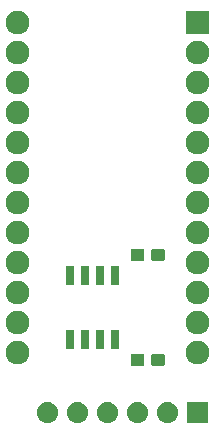
<source format=gbs>
G04 #@! TF.GenerationSoftware,KiCad,Pcbnew,(5.1.4)-1*
G04 #@! TF.CreationDate,2019-12-18T21:33:11+01:00*
G04 #@! TF.ProjectId,ser,7365722e-6b69-4636-9164-5f7063625858,rev?*
G04 #@! TF.SameCoordinates,Original*
G04 #@! TF.FileFunction,Soldermask,Bot*
G04 #@! TF.FilePolarity,Negative*
%FSLAX46Y46*%
G04 Gerber Fmt 4.6, Leading zero omitted, Abs format (unit mm)*
G04 Created by KiCad (PCBNEW (5.1.4)-1) date 2019-12-18 21:33:11*
%MOMM*%
%LPD*%
G04 APERTURE LIST*
%ADD10C,0.100000*%
G04 APERTURE END LIST*
D10*
G36*
X133993842Y-118485518D02*
G01*
X134060027Y-118492037D01*
X134229866Y-118543557D01*
X134386391Y-118627222D01*
X134422129Y-118656552D01*
X134523586Y-118739814D01*
X134606848Y-118841271D01*
X134636178Y-118877009D01*
X134719843Y-119033534D01*
X134771363Y-119203373D01*
X134788759Y-119380000D01*
X134771363Y-119556627D01*
X134719843Y-119726466D01*
X134636178Y-119882991D01*
X134606848Y-119918729D01*
X134523586Y-120020186D01*
X134422129Y-120103448D01*
X134386391Y-120132778D01*
X134229866Y-120216443D01*
X134060027Y-120267963D01*
X133993842Y-120274482D01*
X133927660Y-120281000D01*
X133839140Y-120281000D01*
X133772958Y-120274482D01*
X133706773Y-120267963D01*
X133536934Y-120216443D01*
X133380409Y-120132778D01*
X133344671Y-120103448D01*
X133243214Y-120020186D01*
X133159952Y-119918729D01*
X133130622Y-119882991D01*
X133046957Y-119726466D01*
X132995437Y-119556627D01*
X132978041Y-119380000D01*
X132995437Y-119203373D01*
X133046957Y-119033534D01*
X133130622Y-118877009D01*
X133159952Y-118841271D01*
X133243214Y-118739814D01*
X133344671Y-118656552D01*
X133380409Y-118627222D01*
X133536934Y-118543557D01*
X133706773Y-118492037D01*
X133772958Y-118485518D01*
X133839140Y-118479000D01*
X133927660Y-118479000D01*
X133993842Y-118485518D01*
X133993842Y-118485518D01*
G37*
G36*
X136533842Y-118485518D02*
G01*
X136600027Y-118492037D01*
X136769866Y-118543557D01*
X136926391Y-118627222D01*
X136962129Y-118656552D01*
X137063586Y-118739814D01*
X137146848Y-118841271D01*
X137176178Y-118877009D01*
X137259843Y-119033534D01*
X137311363Y-119203373D01*
X137328759Y-119380000D01*
X137311363Y-119556627D01*
X137259843Y-119726466D01*
X137176178Y-119882991D01*
X137146848Y-119918729D01*
X137063586Y-120020186D01*
X136962129Y-120103448D01*
X136926391Y-120132778D01*
X136769866Y-120216443D01*
X136600027Y-120267963D01*
X136533842Y-120274482D01*
X136467660Y-120281000D01*
X136379140Y-120281000D01*
X136312958Y-120274482D01*
X136246773Y-120267963D01*
X136076934Y-120216443D01*
X135920409Y-120132778D01*
X135884671Y-120103448D01*
X135783214Y-120020186D01*
X135699952Y-119918729D01*
X135670622Y-119882991D01*
X135586957Y-119726466D01*
X135535437Y-119556627D01*
X135518041Y-119380000D01*
X135535437Y-119203373D01*
X135586957Y-119033534D01*
X135670622Y-118877009D01*
X135699952Y-118841271D01*
X135783214Y-118739814D01*
X135884671Y-118656552D01*
X135920409Y-118627222D01*
X136076934Y-118543557D01*
X136246773Y-118492037D01*
X136312958Y-118485518D01*
X136379140Y-118479000D01*
X136467660Y-118479000D01*
X136533842Y-118485518D01*
X136533842Y-118485518D01*
G37*
G36*
X139073842Y-118485518D02*
G01*
X139140027Y-118492037D01*
X139309866Y-118543557D01*
X139466391Y-118627222D01*
X139502129Y-118656552D01*
X139603586Y-118739814D01*
X139686848Y-118841271D01*
X139716178Y-118877009D01*
X139799843Y-119033534D01*
X139851363Y-119203373D01*
X139868759Y-119380000D01*
X139851363Y-119556627D01*
X139799843Y-119726466D01*
X139716178Y-119882991D01*
X139686848Y-119918729D01*
X139603586Y-120020186D01*
X139502129Y-120103448D01*
X139466391Y-120132778D01*
X139309866Y-120216443D01*
X139140027Y-120267963D01*
X139073842Y-120274482D01*
X139007660Y-120281000D01*
X138919140Y-120281000D01*
X138852958Y-120274482D01*
X138786773Y-120267963D01*
X138616934Y-120216443D01*
X138460409Y-120132778D01*
X138424671Y-120103448D01*
X138323214Y-120020186D01*
X138239952Y-119918729D01*
X138210622Y-119882991D01*
X138126957Y-119726466D01*
X138075437Y-119556627D01*
X138058041Y-119380000D01*
X138075437Y-119203373D01*
X138126957Y-119033534D01*
X138210622Y-118877009D01*
X138239952Y-118841271D01*
X138323214Y-118739814D01*
X138424671Y-118656552D01*
X138460409Y-118627222D01*
X138616934Y-118543557D01*
X138786773Y-118492037D01*
X138852958Y-118485518D01*
X138919140Y-118479000D01*
X139007660Y-118479000D01*
X139073842Y-118485518D01*
X139073842Y-118485518D01*
G37*
G36*
X141613842Y-118485518D02*
G01*
X141680027Y-118492037D01*
X141849866Y-118543557D01*
X142006391Y-118627222D01*
X142042129Y-118656552D01*
X142143586Y-118739814D01*
X142226848Y-118841271D01*
X142256178Y-118877009D01*
X142339843Y-119033534D01*
X142391363Y-119203373D01*
X142408759Y-119380000D01*
X142391363Y-119556627D01*
X142339843Y-119726466D01*
X142256178Y-119882991D01*
X142226848Y-119918729D01*
X142143586Y-120020186D01*
X142042129Y-120103448D01*
X142006391Y-120132778D01*
X141849866Y-120216443D01*
X141680027Y-120267963D01*
X141613842Y-120274482D01*
X141547660Y-120281000D01*
X141459140Y-120281000D01*
X141392958Y-120274482D01*
X141326773Y-120267963D01*
X141156934Y-120216443D01*
X141000409Y-120132778D01*
X140964671Y-120103448D01*
X140863214Y-120020186D01*
X140779952Y-119918729D01*
X140750622Y-119882991D01*
X140666957Y-119726466D01*
X140615437Y-119556627D01*
X140598041Y-119380000D01*
X140615437Y-119203373D01*
X140666957Y-119033534D01*
X140750622Y-118877009D01*
X140779952Y-118841271D01*
X140863214Y-118739814D01*
X140964671Y-118656552D01*
X141000409Y-118627222D01*
X141156934Y-118543557D01*
X141326773Y-118492037D01*
X141392958Y-118485518D01*
X141459140Y-118479000D01*
X141547660Y-118479000D01*
X141613842Y-118485518D01*
X141613842Y-118485518D01*
G37*
G36*
X147484400Y-120281000D02*
G01*
X145682400Y-120281000D01*
X145682400Y-118479000D01*
X147484400Y-118479000D01*
X147484400Y-120281000D01*
X147484400Y-120281000D01*
G37*
G36*
X144153842Y-118485518D02*
G01*
X144220027Y-118492037D01*
X144389866Y-118543557D01*
X144546391Y-118627222D01*
X144582129Y-118656552D01*
X144683586Y-118739814D01*
X144766848Y-118841271D01*
X144796178Y-118877009D01*
X144879843Y-119033534D01*
X144931363Y-119203373D01*
X144948759Y-119380000D01*
X144931363Y-119556627D01*
X144879843Y-119726466D01*
X144796178Y-119882991D01*
X144766848Y-119918729D01*
X144683586Y-120020186D01*
X144582129Y-120103448D01*
X144546391Y-120132778D01*
X144389866Y-120216443D01*
X144220027Y-120267963D01*
X144153842Y-120274482D01*
X144087660Y-120281000D01*
X143999140Y-120281000D01*
X143932958Y-120274482D01*
X143866773Y-120267963D01*
X143696934Y-120216443D01*
X143540409Y-120132778D01*
X143504671Y-120103448D01*
X143403214Y-120020186D01*
X143319952Y-119918729D01*
X143290622Y-119882991D01*
X143206957Y-119726466D01*
X143155437Y-119556627D01*
X143138041Y-119380000D01*
X143155437Y-119203373D01*
X143206957Y-119033534D01*
X143290622Y-118877009D01*
X143319952Y-118841271D01*
X143403214Y-118739814D01*
X143504671Y-118656552D01*
X143540409Y-118627222D01*
X143696934Y-118543557D01*
X143866773Y-118492037D01*
X143932958Y-118485518D01*
X143999140Y-118479000D01*
X144087660Y-118479000D01*
X144153842Y-118485518D01*
X144153842Y-118485518D01*
G37*
G36*
X141917899Y-114413445D02*
G01*
X141955395Y-114424820D01*
X141989954Y-114443292D01*
X142020247Y-114468153D01*
X142045108Y-114498446D01*
X142063580Y-114533005D01*
X142074955Y-114570501D01*
X142079400Y-114615638D01*
X142079400Y-115254362D01*
X142074955Y-115299499D01*
X142063580Y-115336995D01*
X142045108Y-115371554D01*
X142020247Y-115401847D01*
X141989954Y-115426708D01*
X141955395Y-115445180D01*
X141917899Y-115456555D01*
X141872762Y-115461000D01*
X141134038Y-115461000D01*
X141088901Y-115456555D01*
X141051405Y-115445180D01*
X141016846Y-115426708D01*
X140986553Y-115401847D01*
X140961692Y-115371554D01*
X140943220Y-115336995D01*
X140931845Y-115299499D01*
X140927400Y-115254362D01*
X140927400Y-114615638D01*
X140931845Y-114570501D01*
X140943220Y-114533005D01*
X140961692Y-114498446D01*
X140986553Y-114468153D01*
X141016846Y-114443292D01*
X141051405Y-114424820D01*
X141088901Y-114413445D01*
X141134038Y-114409000D01*
X141872762Y-114409000D01*
X141917899Y-114413445D01*
X141917899Y-114413445D01*
G37*
G36*
X143667899Y-114413445D02*
G01*
X143705395Y-114424820D01*
X143739954Y-114443292D01*
X143770247Y-114468153D01*
X143795108Y-114498446D01*
X143813580Y-114533005D01*
X143824955Y-114570501D01*
X143829400Y-114615638D01*
X143829400Y-115254362D01*
X143824955Y-115299499D01*
X143813580Y-115336995D01*
X143795108Y-115371554D01*
X143770247Y-115401847D01*
X143739954Y-115426708D01*
X143705395Y-115445180D01*
X143667899Y-115456555D01*
X143622762Y-115461000D01*
X142884038Y-115461000D01*
X142838901Y-115456555D01*
X142801405Y-115445180D01*
X142766846Y-115426708D01*
X142736553Y-115401847D01*
X142711692Y-115371554D01*
X142693220Y-115336995D01*
X142681845Y-115299499D01*
X142677400Y-115254362D01*
X142677400Y-114615638D01*
X142681845Y-114570501D01*
X142693220Y-114533005D01*
X142711692Y-114498446D01*
X142736553Y-114468153D01*
X142766846Y-114443292D01*
X142801405Y-114424820D01*
X142838901Y-114413445D01*
X142884038Y-114409000D01*
X143622762Y-114409000D01*
X143667899Y-114413445D01*
X143667899Y-114413445D01*
G37*
G36*
X146872403Y-113347275D02*
G01*
X146872405Y-113347276D01*
X146872406Y-113347276D01*
X147052720Y-113421964D01*
X147214998Y-113530395D01*
X147353005Y-113668402D01*
X147461436Y-113830680D01*
X147536124Y-114010994D01*
X147536125Y-114010997D01*
X147574200Y-114202413D01*
X147574200Y-114397587D01*
X147539636Y-114571354D01*
X147536124Y-114589006D01*
X147461436Y-114769320D01*
X147353005Y-114931598D01*
X147214998Y-115069605D01*
X147052720Y-115178036D01*
X146872406Y-115252724D01*
X146872405Y-115252724D01*
X146872403Y-115252725D01*
X146680987Y-115290800D01*
X146485813Y-115290800D01*
X146294397Y-115252725D01*
X146294395Y-115252724D01*
X146294394Y-115252724D01*
X146114080Y-115178036D01*
X145951802Y-115069605D01*
X145813795Y-114931598D01*
X145705364Y-114769320D01*
X145630676Y-114589006D01*
X145627165Y-114571354D01*
X145592600Y-114397587D01*
X145592600Y-114202413D01*
X145630675Y-114010997D01*
X145630676Y-114010994D01*
X145705364Y-113830680D01*
X145813795Y-113668402D01*
X145951802Y-113530395D01*
X146114080Y-113421964D01*
X146294394Y-113347276D01*
X146294395Y-113347276D01*
X146294397Y-113347275D01*
X146485813Y-113309200D01*
X146680987Y-113309200D01*
X146872403Y-113347275D01*
X146872403Y-113347275D01*
G37*
G36*
X131632403Y-113347275D02*
G01*
X131632405Y-113347276D01*
X131632406Y-113347276D01*
X131812720Y-113421964D01*
X131974998Y-113530395D01*
X132113005Y-113668402D01*
X132221436Y-113830680D01*
X132296124Y-114010994D01*
X132296125Y-114010997D01*
X132334200Y-114202413D01*
X132334200Y-114397587D01*
X132299636Y-114571354D01*
X132296124Y-114589006D01*
X132221436Y-114769320D01*
X132113005Y-114931598D01*
X131974998Y-115069605D01*
X131812720Y-115178036D01*
X131632406Y-115252724D01*
X131632405Y-115252724D01*
X131632403Y-115252725D01*
X131440987Y-115290800D01*
X131245813Y-115290800D01*
X131054397Y-115252725D01*
X131054395Y-115252724D01*
X131054394Y-115252724D01*
X130874080Y-115178036D01*
X130711802Y-115069605D01*
X130573795Y-114931598D01*
X130465364Y-114769320D01*
X130390676Y-114589006D01*
X130387165Y-114571354D01*
X130352600Y-114397587D01*
X130352600Y-114202413D01*
X130390675Y-114010997D01*
X130390676Y-114010994D01*
X130465364Y-113830680D01*
X130573795Y-113668402D01*
X130711802Y-113530395D01*
X130874080Y-113421964D01*
X131054394Y-113347276D01*
X131054395Y-113347276D01*
X131054397Y-113347275D01*
X131245813Y-113309200D01*
X131440987Y-113309200D01*
X131632403Y-113347275D01*
X131632403Y-113347275D01*
G37*
G36*
X139949400Y-114016000D02*
G01*
X139247400Y-114016000D01*
X139247400Y-112364000D01*
X139949400Y-112364000D01*
X139949400Y-114016000D01*
X139949400Y-114016000D01*
G37*
G36*
X136139400Y-114016000D02*
G01*
X135437400Y-114016000D01*
X135437400Y-112364000D01*
X136139400Y-112364000D01*
X136139400Y-114016000D01*
X136139400Y-114016000D01*
G37*
G36*
X137409400Y-114016000D02*
G01*
X136707400Y-114016000D01*
X136707400Y-112364000D01*
X137409400Y-112364000D01*
X137409400Y-114016000D01*
X137409400Y-114016000D01*
G37*
G36*
X138679400Y-114016000D02*
G01*
X137977400Y-114016000D01*
X137977400Y-112364000D01*
X138679400Y-112364000D01*
X138679400Y-114016000D01*
X138679400Y-114016000D01*
G37*
G36*
X146872403Y-110807275D02*
G01*
X146872405Y-110807276D01*
X146872406Y-110807276D01*
X147052720Y-110881964D01*
X147214998Y-110990395D01*
X147353005Y-111128402D01*
X147461436Y-111290680D01*
X147536124Y-111470994D01*
X147574200Y-111662415D01*
X147574200Y-111857585D01*
X147536124Y-112049006D01*
X147461436Y-112229320D01*
X147353005Y-112391598D01*
X147214998Y-112529605D01*
X147052720Y-112638036D01*
X146872406Y-112712724D01*
X146872405Y-112712724D01*
X146872403Y-112712725D01*
X146680987Y-112750800D01*
X146485813Y-112750800D01*
X146294397Y-112712725D01*
X146294395Y-112712724D01*
X146294394Y-112712724D01*
X146114080Y-112638036D01*
X145951802Y-112529605D01*
X145813795Y-112391598D01*
X145705364Y-112229320D01*
X145630676Y-112049006D01*
X145592600Y-111857585D01*
X145592600Y-111662415D01*
X145630676Y-111470994D01*
X145705364Y-111290680D01*
X145813795Y-111128402D01*
X145951802Y-110990395D01*
X146114080Y-110881964D01*
X146294394Y-110807276D01*
X146294395Y-110807276D01*
X146294397Y-110807275D01*
X146485813Y-110769200D01*
X146680987Y-110769200D01*
X146872403Y-110807275D01*
X146872403Y-110807275D01*
G37*
G36*
X131632403Y-110807275D02*
G01*
X131632405Y-110807276D01*
X131632406Y-110807276D01*
X131812720Y-110881964D01*
X131974998Y-110990395D01*
X132113005Y-111128402D01*
X132221436Y-111290680D01*
X132296124Y-111470994D01*
X132334200Y-111662415D01*
X132334200Y-111857585D01*
X132296124Y-112049006D01*
X132221436Y-112229320D01*
X132113005Y-112391598D01*
X131974998Y-112529605D01*
X131812720Y-112638036D01*
X131632406Y-112712724D01*
X131632405Y-112712724D01*
X131632403Y-112712725D01*
X131440987Y-112750800D01*
X131245813Y-112750800D01*
X131054397Y-112712725D01*
X131054395Y-112712724D01*
X131054394Y-112712724D01*
X130874080Y-112638036D01*
X130711802Y-112529605D01*
X130573795Y-112391598D01*
X130465364Y-112229320D01*
X130390676Y-112049006D01*
X130352600Y-111857585D01*
X130352600Y-111662415D01*
X130390676Y-111470994D01*
X130465364Y-111290680D01*
X130573795Y-111128402D01*
X130711802Y-110990395D01*
X130874080Y-110881964D01*
X131054394Y-110807276D01*
X131054395Y-110807276D01*
X131054397Y-110807275D01*
X131245813Y-110769200D01*
X131440987Y-110769200D01*
X131632403Y-110807275D01*
X131632403Y-110807275D01*
G37*
G36*
X146872403Y-108267275D02*
G01*
X146872405Y-108267276D01*
X146872406Y-108267276D01*
X147052720Y-108341964D01*
X147214998Y-108450395D01*
X147353005Y-108588402D01*
X147461436Y-108750680D01*
X147536124Y-108930994D01*
X147574200Y-109122415D01*
X147574200Y-109317585D01*
X147536124Y-109509006D01*
X147461436Y-109689320D01*
X147353005Y-109851598D01*
X147214998Y-109989605D01*
X147052720Y-110098036D01*
X146872406Y-110172724D01*
X146872405Y-110172724D01*
X146872403Y-110172725D01*
X146680987Y-110210800D01*
X146485813Y-110210800D01*
X146294397Y-110172725D01*
X146294395Y-110172724D01*
X146294394Y-110172724D01*
X146114080Y-110098036D01*
X145951802Y-109989605D01*
X145813795Y-109851598D01*
X145705364Y-109689320D01*
X145630676Y-109509006D01*
X145592600Y-109317585D01*
X145592600Y-109122415D01*
X145630676Y-108930994D01*
X145705364Y-108750680D01*
X145813795Y-108588402D01*
X145951802Y-108450395D01*
X146114080Y-108341964D01*
X146294394Y-108267276D01*
X146294395Y-108267276D01*
X146294397Y-108267275D01*
X146485813Y-108229200D01*
X146680987Y-108229200D01*
X146872403Y-108267275D01*
X146872403Y-108267275D01*
G37*
G36*
X131632403Y-108267275D02*
G01*
X131632405Y-108267276D01*
X131632406Y-108267276D01*
X131812720Y-108341964D01*
X131974998Y-108450395D01*
X132113005Y-108588402D01*
X132221436Y-108750680D01*
X132296124Y-108930994D01*
X132334200Y-109122415D01*
X132334200Y-109317585D01*
X132296124Y-109509006D01*
X132221436Y-109689320D01*
X132113005Y-109851598D01*
X131974998Y-109989605D01*
X131812720Y-110098036D01*
X131632406Y-110172724D01*
X131632405Y-110172724D01*
X131632403Y-110172725D01*
X131440987Y-110210800D01*
X131245813Y-110210800D01*
X131054397Y-110172725D01*
X131054395Y-110172724D01*
X131054394Y-110172724D01*
X130874080Y-110098036D01*
X130711802Y-109989605D01*
X130573795Y-109851598D01*
X130465364Y-109689320D01*
X130390676Y-109509006D01*
X130352600Y-109317585D01*
X130352600Y-109122415D01*
X130390676Y-108930994D01*
X130465364Y-108750680D01*
X130573795Y-108588402D01*
X130711802Y-108450395D01*
X130874080Y-108341964D01*
X131054394Y-108267276D01*
X131054395Y-108267276D01*
X131054397Y-108267275D01*
X131245813Y-108229200D01*
X131440987Y-108229200D01*
X131632403Y-108267275D01*
X131632403Y-108267275D01*
G37*
G36*
X136139400Y-108616000D02*
G01*
X135437400Y-108616000D01*
X135437400Y-106964000D01*
X136139400Y-106964000D01*
X136139400Y-108616000D01*
X136139400Y-108616000D01*
G37*
G36*
X137409400Y-108616000D02*
G01*
X136707400Y-108616000D01*
X136707400Y-106964000D01*
X137409400Y-106964000D01*
X137409400Y-108616000D01*
X137409400Y-108616000D01*
G37*
G36*
X139949400Y-108616000D02*
G01*
X139247400Y-108616000D01*
X139247400Y-106964000D01*
X139949400Y-106964000D01*
X139949400Y-108616000D01*
X139949400Y-108616000D01*
G37*
G36*
X138679400Y-108616000D02*
G01*
X137977400Y-108616000D01*
X137977400Y-106964000D01*
X138679400Y-106964000D01*
X138679400Y-108616000D01*
X138679400Y-108616000D01*
G37*
G36*
X146872403Y-105727275D02*
G01*
X146872405Y-105727276D01*
X146872406Y-105727276D01*
X147052720Y-105801964D01*
X147214998Y-105910395D01*
X147353005Y-106048402D01*
X147461436Y-106210680D01*
X147536124Y-106390994D01*
X147536125Y-106390997D01*
X147574200Y-106582413D01*
X147574200Y-106777585D01*
X147536124Y-106969006D01*
X147461436Y-107149320D01*
X147353005Y-107311598D01*
X147214998Y-107449605D01*
X147052720Y-107558036D01*
X146872406Y-107632724D01*
X146872405Y-107632724D01*
X146872403Y-107632725D01*
X146680987Y-107670800D01*
X146485813Y-107670800D01*
X146294397Y-107632725D01*
X146294395Y-107632724D01*
X146294394Y-107632724D01*
X146114080Y-107558036D01*
X145951802Y-107449605D01*
X145813795Y-107311598D01*
X145705364Y-107149320D01*
X145630676Y-106969006D01*
X145592600Y-106777585D01*
X145592600Y-106582413D01*
X145630675Y-106390997D01*
X145630676Y-106390994D01*
X145705364Y-106210680D01*
X145813795Y-106048402D01*
X145951802Y-105910395D01*
X146114080Y-105801964D01*
X146294394Y-105727276D01*
X146294395Y-105727276D01*
X146294397Y-105727275D01*
X146485813Y-105689200D01*
X146680987Y-105689200D01*
X146872403Y-105727275D01*
X146872403Y-105727275D01*
G37*
G36*
X131632403Y-105727275D02*
G01*
X131632405Y-105727276D01*
X131632406Y-105727276D01*
X131812720Y-105801964D01*
X131974998Y-105910395D01*
X132113005Y-106048402D01*
X132221436Y-106210680D01*
X132296124Y-106390994D01*
X132296125Y-106390997D01*
X132334200Y-106582413D01*
X132334200Y-106777585D01*
X132296124Y-106969006D01*
X132221436Y-107149320D01*
X132113005Y-107311598D01*
X131974998Y-107449605D01*
X131812720Y-107558036D01*
X131632406Y-107632724D01*
X131632405Y-107632724D01*
X131632403Y-107632725D01*
X131440987Y-107670800D01*
X131245813Y-107670800D01*
X131054397Y-107632725D01*
X131054395Y-107632724D01*
X131054394Y-107632724D01*
X130874080Y-107558036D01*
X130711802Y-107449605D01*
X130573795Y-107311598D01*
X130465364Y-107149320D01*
X130390676Y-106969006D01*
X130352600Y-106777585D01*
X130352600Y-106582413D01*
X130390675Y-106390997D01*
X130390676Y-106390994D01*
X130465364Y-106210680D01*
X130573795Y-106048402D01*
X130711802Y-105910395D01*
X130874080Y-105801964D01*
X131054394Y-105727276D01*
X131054395Y-105727276D01*
X131054397Y-105727275D01*
X131245813Y-105689200D01*
X131440987Y-105689200D01*
X131632403Y-105727275D01*
X131632403Y-105727275D01*
G37*
G36*
X143667899Y-105523445D02*
G01*
X143705395Y-105534820D01*
X143739954Y-105553292D01*
X143770247Y-105578153D01*
X143795108Y-105608446D01*
X143813580Y-105643005D01*
X143824955Y-105680501D01*
X143829400Y-105725638D01*
X143829400Y-106364362D01*
X143824955Y-106409499D01*
X143813580Y-106446995D01*
X143795108Y-106481554D01*
X143770247Y-106511847D01*
X143739954Y-106536708D01*
X143705395Y-106555180D01*
X143667899Y-106566555D01*
X143622762Y-106571000D01*
X142884038Y-106571000D01*
X142838901Y-106566555D01*
X142801405Y-106555180D01*
X142766846Y-106536708D01*
X142736553Y-106511847D01*
X142711692Y-106481554D01*
X142693220Y-106446995D01*
X142681845Y-106409499D01*
X142677400Y-106364362D01*
X142677400Y-105725638D01*
X142681845Y-105680501D01*
X142693220Y-105643005D01*
X142711692Y-105608446D01*
X142736553Y-105578153D01*
X142766846Y-105553292D01*
X142801405Y-105534820D01*
X142838901Y-105523445D01*
X142884038Y-105519000D01*
X143622762Y-105519000D01*
X143667899Y-105523445D01*
X143667899Y-105523445D01*
G37*
G36*
X141917899Y-105523445D02*
G01*
X141955395Y-105534820D01*
X141989954Y-105553292D01*
X142020247Y-105578153D01*
X142045108Y-105608446D01*
X142063580Y-105643005D01*
X142074955Y-105680501D01*
X142079400Y-105725638D01*
X142079400Y-106364362D01*
X142074955Y-106409499D01*
X142063580Y-106446995D01*
X142045108Y-106481554D01*
X142020247Y-106511847D01*
X141989954Y-106536708D01*
X141955395Y-106555180D01*
X141917899Y-106566555D01*
X141872762Y-106571000D01*
X141134038Y-106571000D01*
X141088901Y-106566555D01*
X141051405Y-106555180D01*
X141016846Y-106536708D01*
X140986553Y-106511847D01*
X140961692Y-106481554D01*
X140943220Y-106446995D01*
X140931845Y-106409499D01*
X140927400Y-106364362D01*
X140927400Y-105725638D01*
X140931845Y-105680501D01*
X140943220Y-105643005D01*
X140961692Y-105608446D01*
X140986553Y-105578153D01*
X141016846Y-105553292D01*
X141051405Y-105534820D01*
X141088901Y-105523445D01*
X141134038Y-105519000D01*
X141872762Y-105519000D01*
X141917899Y-105523445D01*
X141917899Y-105523445D01*
G37*
G36*
X146872403Y-103187275D02*
G01*
X146872405Y-103187276D01*
X146872406Y-103187276D01*
X147052720Y-103261964D01*
X147214998Y-103370395D01*
X147353005Y-103508402D01*
X147461436Y-103670680D01*
X147536124Y-103850994D01*
X147574200Y-104042415D01*
X147574200Y-104237585D01*
X147536124Y-104429006D01*
X147461436Y-104609320D01*
X147353005Y-104771598D01*
X147214998Y-104909605D01*
X147052720Y-105018036D01*
X146872406Y-105092724D01*
X146872405Y-105092724D01*
X146872403Y-105092725D01*
X146680987Y-105130800D01*
X146485813Y-105130800D01*
X146294397Y-105092725D01*
X146294395Y-105092724D01*
X146294394Y-105092724D01*
X146114080Y-105018036D01*
X145951802Y-104909605D01*
X145813795Y-104771598D01*
X145705364Y-104609320D01*
X145630676Y-104429006D01*
X145592600Y-104237585D01*
X145592600Y-104042415D01*
X145630676Y-103850994D01*
X145705364Y-103670680D01*
X145813795Y-103508402D01*
X145951802Y-103370395D01*
X146114080Y-103261964D01*
X146294394Y-103187276D01*
X146294395Y-103187276D01*
X146294397Y-103187275D01*
X146485813Y-103149200D01*
X146680987Y-103149200D01*
X146872403Y-103187275D01*
X146872403Y-103187275D01*
G37*
G36*
X131632403Y-103187275D02*
G01*
X131632405Y-103187276D01*
X131632406Y-103187276D01*
X131812720Y-103261964D01*
X131974998Y-103370395D01*
X132113005Y-103508402D01*
X132221436Y-103670680D01*
X132296124Y-103850994D01*
X132334200Y-104042415D01*
X132334200Y-104237585D01*
X132296124Y-104429006D01*
X132221436Y-104609320D01*
X132113005Y-104771598D01*
X131974998Y-104909605D01*
X131812720Y-105018036D01*
X131632406Y-105092724D01*
X131632405Y-105092724D01*
X131632403Y-105092725D01*
X131440987Y-105130800D01*
X131245813Y-105130800D01*
X131054397Y-105092725D01*
X131054395Y-105092724D01*
X131054394Y-105092724D01*
X130874080Y-105018036D01*
X130711802Y-104909605D01*
X130573795Y-104771598D01*
X130465364Y-104609320D01*
X130390676Y-104429006D01*
X130352600Y-104237585D01*
X130352600Y-104042415D01*
X130390676Y-103850994D01*
X130465364Y-103670680D01*
X130573795Y-103508402D01*
X130711802Y-103370395D01*
X130874080Y-103261964D01*
X131054394Y-103187276D01*
X131054395Y-103187276D01*
X131054397Y-103187275D01*
X131245813Y-103149200D01*
X131440987Y-103149200D01*
X131632403Y-103187275D01*
X131632403Y-103187275D01*
G37*
G36*
X131632403Y-100647275D02*
G01*
X131632405Y-100647276D01*
X131632406Y-100647276D01*
X131812720Y-100721964D01*
X131974998Y-100830395D01*
X132113005Y-100968402D01*
X132221436Y-101130680D01*
X132296124Y-101310994D01*
X132334200Y-101502415D01*
X132334200Y-101697585D01*
X132296124Y-101889006D01*
X132221436Y-102069320D01*
X132113005Y-102231598D01*
X131974998Y-102369605D01*
X131812720Y-102478036D01*
X131632406Y-102552724D01*
X131632405Y-102552724D01*
X131632403Y-102552725D01*
X131440987Y-102590800D01*
X131245813Y-102590800D01*
X131054397Y-102552725D01*
X131054395Y-102552724D01*
X131054394Y-102552724D01*
X130874080Y-102478036D01*
X130711802Y-102369605D01*
X130573795Y-102231598D01*
X130465364Y-102069320D01*
X130390676Y-101889006D01*
X130352600Y-101697585D01*
X130352600Y-101502415D01*
X130390676Y-101310994D01*
X130465364Y-101130680D01*
X130573795Y-100968402D01*
X130711802Y-100830395D01*
X130874080Y-100721964D01*
X131054394Y-100647276D01*
X131054395Y-100647276D01*
X131054397Y-100647275D01*
X131245813Y-100609200D01*
X131440987Y-100609200D01*
X131632403Y-100647275D01*
X131632403Y-100647275D01*
G37*
G36*
X146872403Y-100647275D02*
G01*
X146872405Y-100647276D01*
X146872406Y-100647276D01*
X147052720Y-100721964D01*
X147214998Y-100830395D01*
X147353005Y-100968402D01*
X147461436Y-101130680D01*
X147536124Y-101310994D01*
X147574200Y-101502415D01*
X147574200Y-101697585D01*
X147536124Y-101889006D01*
X147461436Y-102069320D01*
X147353005Y-102231598D01*
X147214998Y-102369605D01*
X147052720Y-102478036D01*
X146872406Y-102552724D01*
X146872405Y-102552724D01*
X146872403Y-102552725D01*
X146680987Y-102590800D01*
X146485813Y-102590800D01*
X146294397Y-102552725D01*
X146294395Y-102552724D01*
X146294394Y-102552724D01*
X146114080Y-102478036D01*
X145951802Y-102369605D01*
X145813795Y-102231598D01*
X145705364Y-102069320D01*
X145630676Y-101889006D01*
X145592600Y-101697585D01*
X145592600Y-101502415D01*
X145630676Y-101310994D01*
X145705364Y-101130680D01*
X145813795Y-100968402D01*
X145951802Y-100830395D01*
X146114080Y-100721964D01*
X146294394Y-100647276D01*
X146294395Y-100647276D01*
X146294397Y-100647275D01*
X146485813Y-100609200D01*
X146680987Y-100609200D01*
X146872403Y-100647275D01*
X146872403Y-100647275D01*
G37*
G36*
X146872403Y-98107275D02*
G01*
X146872405Y-98107276D01*
X146872406Y-98107276D01*
X147052720Y-98181964D01*
X147214998Y-98290395D01*
X147353005Y-98428402D01*
X147461436Y-98590680D01*
X147536124Y-98770994D01*
X147574200Y-98962415D01*
X147574200Y-99157585D01*
X147536124Y-99349006D01*
X147461436Y-99529320D01*
X147353005Y-99691598D01*
X147214998Y-99829605D01*
X147052720Y-99938036D01*
X146872406Y-100012724D01*
X146872405Y-100012724D01*
X146872403Y-100012725D01*
X146680987Y-100050800D01*
X146485813Y-100050800D01*
X146294397Y-100012725D01*
X146294395Y-100012724D01*
X146294394Y-100012724D01*
X146114080Y-99938036D01*
X145951802Y-99829605D01*
X145813795Y-99691598D01*
X145705364Y-99529320D01*
X145630676Y-99349006D01*
X145592600Y-99157585D01*
X145592600Y-98962415D01*
X145630676Y-98770994D01*
X145705364Y-98590680D01*
X145813795Y-98428402D01*
X145951802Y-98290395D01*
X146114080Y-98181964D01*
X146294394Y-98107276D01*
X146294395Y-98107276D01*
X146294397Y-98107275D01*
X146485813Y-98069200D01*
X146680987Y-98069200D01*
X146872403Y-98107275D01*
X146872403Y-98107275D01*
G37*
G36*
X131632403Y-98107275D02*
G01*
X131632405Y-98107276D01*
X131632406Y-98107276D01*
X131812720Y-98181964D01*
X131974998Y-98290395D01*
X132113005Y-98428402D01*
X132221436Y-98590680D01*
X132296124Y-98770994D01*
X132334200Y-98962415D01*
X132334200Y-99157585D01*
X132296124Y-99349006D01*
X132221436Y-99529320D01*
X132113005Y-99691598D01*
X131974998Y-99829605D01*
X131812720Y-99938036D01*
X131632406Y-100012724D01*
X131632405Y-100012724D01*
X131632403Y-100012725D01*
X131440987Y-100050800D01*
X131245813Y-100050800D01*
X131054397Y-100012725D01*
X131054395Y-100012724D01*
X131054394Y-100012724D01*
X130874080Y-99938036D01*
X130711802Y-99829605D01*
X130573795Y-99691598D01*
X130465364Y-99529320D01*
X130390676Y-99349006D01*
X130352600Y-99157585D01*
X130352600Y-98962415D01*
X130390676Y-98770994D01*
X130465364Y-98590680D01*
X130573795Y-98428402D01*
X130711802Y-98290395D01*
X130874080Y-98181964D01*
X131054394Y-98107276D01*
X131054395Y-98107276D01*
X131054397Y-98107275D01*
X131245813Y-98069200D01*
X131440987Y-98069200D01*
X131632403Y-98107275D01*
X131632403Y-98107275D01*
G37*
G36*
X146872403Y-95567275D02*
G01*
X146872405Y-95567276D01*
X146872406Y-95567276D01*
X147052720Y-95641964D01*
X147214998Y-95750395D01*
X147353005Y-95888402D01*
X147461436Y-96050680D01*
X147536124Y-96230994D01*
X147574200Y-96422415D01*
X147574200Y-96617585D01*
X147536124Y-96809006D01*
X147461436Y-96989320D01*
X147353005Y-97151598D01*
X147214998Y-97289605D01*
X147052720Y-97398036D01*
X146872406Y-97472724D01*
X146872405Y-97472724D01*
X146872403Y-97472725D01*
X146680987Y-97510800D01*
X146485813Y-97510800D01*
X146294397Y-97472725D01*
X146294395Y-97472724D01*
X146294394Y-97472724D01*
X146114080Y-97398036D01*
X145951802Y-97289605D01*
X145813795Y-97151598D01*
X145705364Y-96989320D01*
X145630676Y-96809006D01*
X145592600Y-96617585D01*
X145592600Y-96422415D01*
X145630676Y-96230994D01*
X145705364Y-96050680D01*
X145813795Y-95888402D01*
X145951802Y-95750395D01*
X146114080Y-95641964D01*
X146294394Y-95567276D01*
X146294395Y-95567276D01*
X146294397Y-95567275D01*
X146485813Y-95529200D01*
X146680987Y-95529200D01*
X146872403Y-95567275D01*
X146872403Y-95567275D01*
G37*
G36*
X131632403Y-95567275D02*
G01*
X131632405Y-95567276D01*
X131632406Y-95567276D01*
X131812720Y-95641964D01*
X131974998Y-95750395D01*
X132113005Y-95888402D01*
X132221436Y-96050680D01*
X132296124Y-96230994D01*
X132334200Y-96422415D01*
X132334200Y-96617585D01*
X132296124Y-96809006D01*
X132221436Y-96989320D01*
X132113005Y-97151598D01*
X131974998Y-97289605D01*
X131812720Y-97398036D01*
X131632406Y-97472724D01*
X131632405Y-97472724D01*
X131632403Y-97472725D01*
X131440987Y-97510800D01*
X131245813Y-97510800D01*
X131054397Y-97472725D01*
X131054395Y-97472724D01*
X131054394Y-97472724D01*
X130874080Y-97398036D01*
X130711802Y-97289605D01*
X130573795Y-97151598D01*
X130465364Y-96989320D01*
X130390676Y-96809006D01*
X130352600Y-96617585D01*
X130352600Y-96422415D01*
X130390676Y-96230994D01*
X130465364Y-96050680D01*
X130573795Y-95888402D01*
X130711802Y-95750395D01*
X130874080Y-95641964D01*
X131054394Y-95567276D01*
X131054395Y-95567276D01*
X131054397Y-95567275D01*
X131245813Y-95529200D01*
X131440987Y-95529200D01*
X131632403Y-95567275D01*
X131632403Y-95567275D01*
G37*
G36*
X146872403Y-93027275D02*
G01*
X146872405Y-93027276D01*
X146872406Y-93027276D01*
X147052720Y-93101964D01*
X147214998Y-93210395D01*
X147353005Y-93348402D01*
X147461436Y-93510680D01*
X147536124Y-93690994D01*
X147574200Y-93882415D01*
X147574200Y-94077585D01*
X147536124Y-94269006D01*
X147461436Y-94449320D01*
X147353005Y-94611598D01*
X147214998Y-94749605D01*
X147052720Y-94858036D01*
X146872406Y-94932724D01*
X146872405Y-94932724D01*
X146872403Y-94932725D01*
X146680987Y-94970800D01*
X146485813Y-94970800D01*
X146294397Y-94932725D01*
X146294395Y-94932724D01*
X146294394Y-94932724D01*
X146114080Y-94858036D01*
X145951802Y-94749605D01*
X145813795Y-94611598D01*
X145705364Y-94449320D01*
X145630676Y-94269006D01*
X145592600Y-94077585D01*
X145592600Y-93882415D01*
X145630676Y-93690994D01*
X145705364Y-93510680D01*
X145813795Y-93348402D01*
X145951802Y-93210395D01*
X146114080Y-93101964D01*
X146294394Y-93027276D01*
X146294395Y-93027276D01*
X146294397Y-93027275D01*
X146485813Y-92989200D01*
X146680987Y-92989200D01*
X146872403Y-93027275D01*
X146872403Y-93027275D01*
G37*
G36*
X131632403Y-93027275D02*
G01*
X131632405Y-93027276D01*
X131632406Y-93027276D01*
X131812720Y-93101964D01*
X131974998Y-93210395D01*
X132113005Y-93348402D01*
X132221436Y-93510680D01*
X132296124Y-93690994D01*
X132334200Y-93882415D01*
X132334200Y-94077585D01*
X132296124Y-94269006D01*
X132221436Y-94449320D01*
X132113005Y-94611598D01*
X131974998Y-94749605D01*
X131812720Y-94858036D01*
X131632406Y-94932724D01*
X131632405Y-94932724D01*
X131632403Y-94932725D01*
X131440987Y-94970800D01*
X131245813Y-94970800D01*
X131054397Y-94932725D01*
X131054395Y-94932724D01*
X131054394Y-94932724D01*
X130874080Y-94858036D01*
X130711802Y-94749605D01*
X130573795Y-94611598D01*
X130465364Y-94449320D01*
X130390676Y-94269006D01*
X130352600Y-94077585D01*
X130352600Y-93882415D01*
X130390676Y-93690994D01*
X130465364Y-93510680D01*
X130573795Y-93348402D01*
X130711802Y-93210395D01*
X130874080Y-93101964D01*
X131054394Y-93027276D01*
X131054395Y-93027276D01*
X131054397Y-93027275D01*
X131245813Y-92989200D01*
X131440987Y-92989200D01*
X131632403Y-93027275D01*
X131632403Y-93027275D01*
G37*
G36*
X131632403Y-90487275D02*
G01*
X131632405Y-90487276D01*
X131632406Y-90487276D01*
X131812720Y-90561964D01*
X131974998Y-90670395D01*
X132113005Y-90808402D01*
X132221436Y-90970680D01*
X132296124Y-91150994D01*
X132334200Y-91342415D01*
X132334200Y-91537585D01*
X132296124Y-91729006D01*
X132221436Y-91909320D01*
X132113005Y-92071598D01*
X131974998Y-92209605D01*
X131812720Y-92318036D01*
X131632406Y-92392724D01*
X131632405Y-92392724D01*
X131632403Y-92392725D01*
X131440987Y-92430800D01*
X131245813Y-92430800D01*
X131054397Y-92392725D01*
X131054395Y-92392724D01*
X131054394Y-92392724D01*
X130874080Y-92318036D01*
X130711802Y-92209605D01*
X130573795Y-92071598D01*
X130465364Y-91909320D01*
X130390676Y-91729006D01*
X130352600Y-91537585D01*
X130352600Y-91342415D01*
X130390676Y-91150994D01*
X130465364Y-90970680D01*
X130573795Y-90808402D01*
X130711802Y-90670395D01*
X130874080Y-90561964D01*
X131054394Y-90487276D01*
X131054395Y-90487276D01*
X131054397Y-90487275D01*
X131245813Y-90449200D01*
X131440987Y-90449200D01*
X131632403Y-90487275D01*
X131632403Y-90487275D01*
G37*
G36*
X146872403Y-90487275D02*
G01*
X146872405Y-90487276D01*
X146872406Y-90487276D01*
X147052720Y-90561964D01*
X147214998Y-90670395D01*
X147353005Y-90808402D01*
X147461436Y-90970680D01*
X147536124Y-91150994D01*
X147574200Y-91342415D01*
X147574200Y-91537585D01*
X147536124Y-91729006D01*
X147461436Y-91909320D01*
X147353005Y-92071598D01*
X147214998Y-92209605D01*
X147052720Y-92318036D01*
X146872406Y-92392724D01*
X146872405Y-92392724D01*
X146872403Y-92392725D01*
X146680987Y-92430800D01*
X146485813Y-92430800D01*
X146294397Y-92392725D01*
X146294395Y-92392724D01*
X146294394Y-92392724D01*
X146114080Y-92318036D01*
X145951802Y-92209605D01*
X145813795Y-92071598D01*
X145705364Y-91909320D01*
X145630676Y-91729006D01*
X145592600Y-91537585D01*
X145592600Y-91342415D01*
X145630676Y-91150994D01*
X145705364Y-90970680D01*
X145813795Y-90808402D01*
X145951802Y-90670395D01*
X146114080Y-90561964D01*
X146294394Y-90487276D01*
X146294395Y-90487276D01*
X146294397Y-90487275D01*
X146485813Y-90449200D01*
X146680987Y-90449200D01*
X146872403Y-90487275D01*
X146872403Y-90487275D01*
G37*
G36*
X146872403Y-87947275D02*
G01*
X146872405Y-87947276D01*
X146872406Y-87947276D01*
X147052720Y-88021964D01*
X147214998Y-88130395D01*
X147353005Y-88268402D01*
X147461436Y-88430680D01*
X147536124Y-88610994D01*
X147574200Y-88802415D01*
X147574200Y-88997585D01*
X147536124Y-89189006D01*
X147461436Y-89369320D01*
X147353005Y-89531598D01*
X147214998Y-89669605D01*
X147052720Y-89778036D01*
X146872406Y-89852724D01*
X146872405Y-89852724D01*
X146872403Y-89852725D01*
X146680987Y-89890800D01*
X146485813Y-89890800D01*
X146294397Y-89852725D01*
X146294395Y-89852724D01*
X146294394Y-89852724D01*
X146114080Y-89778036D01*
X145951802Y-89669605D01*
X145813795Y-89531598D01*
X145705364Y-89369320D01*
X145630676Y-89189006D01*
X145592600Y-88997585D01*
X145592600Y-88802415D01*
X145630676Y-88610994D01*
X145705364Y-88430680D01*
X145813795Y-88268402D01*
X145951802Y-88130395D01*
X146114080Y-88021964D01*
X146294394Y-87947276D01*
X146294395Y-87947276D01*
X146294397Y-87947275D01*
X146485813Y-87909200D01*
X146680987Y-87909200D01*
X146872403Y-87947275D01*
X146872403Y-87947275D01*
G37*
G36*
X131632403Y-87947275D02*
G01*
X131632405Y-87947276D01*
X131632406Y-87947276D01*
X131812720Y-88021964D01*
X131974998Y-88130395D01*
X132113005Y-88268402D01*
X132221436Y-88430680D01*
X132296124Y-88610994D01*
X132334200Y-88802415D01*
X132334200Y-88997585D01*
X132296124Y-89189006D01*
X132221436Y-89369320D01*
X132113005Y-89531598D01*
X131974998Y-89669605D01*
X131812720Y-89778036D01*
X131632406Y-89852724D01*
X131632405Y-89852724D01*
X131632403Y-89852725D01*
X131440987Y-89890800D01*
X131245813Y-89890800D01*
X131054397Y-89852725D01*
X131054395Y-89852724D01*
X131054394Y-89852724D01*
X130874080Y-89778036D01*
X130711802Y-89669605D01*
X130573795Y-89531598D01*
X130465364Y-89369320D01*
X130390676Y-89189006D01*
X130352600Y-88997585D01*
X130352600Y-88802415D01*
X130390676Y-88610994D01*
X130465364Y-88430680D01*
X130573795Y-88268402D01*
X130711802Y-88130395D01*
X130874080Y-88021964D01*
X131054394Y-87947276D01*
X131054395Y-87947276D01*
X131054397Y-87947275D01*
X131245813Y-87909200D01*
X131440987Y-87909200D01*
X131632403Y-87947275D01*
X131632403Y-87947275D01*
G37*
G36*
X147574200Y-87350800D02*
G01*
X145592600Y-87350800D01*
X145592600Y-85369200D01*
X147574200Y-85369200D01*
X147574200Y-87350800D01*
X147574200Y-87350800D01*
G37*
G36*
X131632403Y-85407275D02*
G01*
X131632405Y-85407276D01*
X131632406Y-85407276D01*
X131812720Y-85481964D01*
X131974998Y-85590395D01*
X132113005Y-85728402D01*
X132221436Y-85890680D01*
X132296124Y-86070994D01*
X132334200Y-86262415D01*
X132334200Y-86457585D01*
X132296124Y-86649006D01*
X132221436Y-86829320D01*
X132113005Y-86991598D01*
X131974998Y-87129605D01*
X131812720Y-87238036D01*
X131632406Y-87312724D01*
X131632405Y-87312724D01*
X131632403Y-87312725D01*
X131440987Y-87350800D01*
X131245813Y-87350800D01*
X131054397Y-87312725D01*
X131054395Y-87312724D01*
X131054394Y-87312724D01*
X130874080Y-87238036D01*
X130711802Y-87129605D01*
X130573795Y-86991598D01*
X130465364Y-86829320D01*
X130390676Y-86649006D01*
X130352600Y-86457585D01*
X130352600Y-86262415D01*
X130390676Y-86070994D01*
X130465364Y-85890680D01*
X130573795Y-85728402D01*
X130711802Y-85590395D01*
X130874080Y-85481964D01*
X131054394Y-85407276D01*
X131054395Y-85407276D01*
X131054397Y-85407275D01*
X131245813Y-85369200D01*
X131440987Y-85369200D01*
X131632403Y-85407275D01*
X131632403Y-85407275D01*
G37*
M02*

</source>
